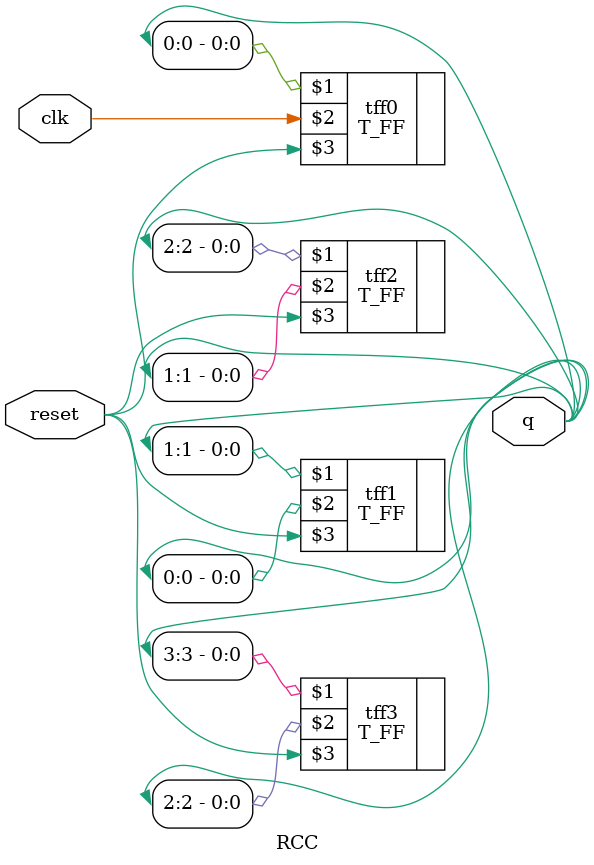
<source format=v>
module RCC(q, clk, reset);
    //pins declareation
    output [3:0] q;
    input clk, reset;
    //combine 4 TFF in sequence,
    // output from last TFF serve as clk of the next TFF
    T_FF tff0(q[0], clk, reset);
    T_FF tff1(q[1], q[0], reset);
    T_FF tff2(q[2], q[1], reset);
    T_FF tff3(q[3], q[2], reset);
endmodule

</source>
